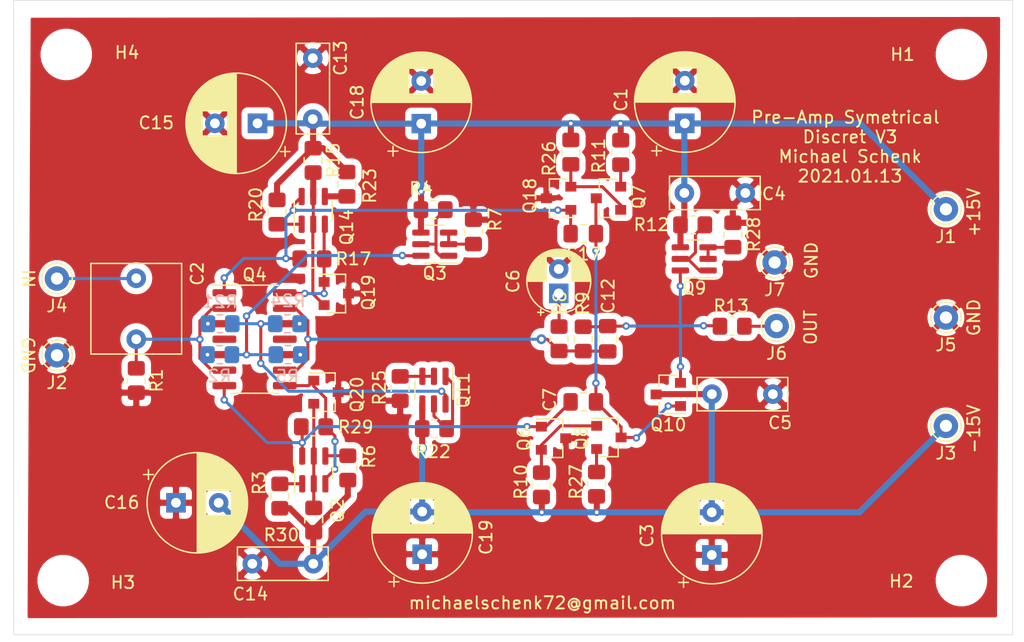
<source format=kicad_pcb>
(kicad_pcb (version 20171130) (host pcbnew "(5.1.9-0-10_14)")
  (layers (0 F.Cu signal) (31 B.Cu signal) (34 B.Paste user) (35 F.Paste user) (36 B.SilkS user) (37 F.SilkS user) (38 B.Mask user) (39 F.Mask user) (44 Edge.Cuts user))
  (net 0 "")
  (net 1 GND)
  (net 2 +15V)
  (net 3 "Net-(C2-Pad2)")
  (net 4 "Net-(C2-Pad1)")
  (net 5 -15V)
  (net 6 "Net-(C6-Pad1)")
  (net 7 "Net-(C7-Pad2)")
  (net 8 "Net-(J6-Pad1)")
  (net 9 "Net-(Q2-Pad2)")
  (net 10 "Net-(Q2-Pad1)")
  (net 11 "Net-(Q6-Pad2)")
  (net 12 "Net-(Q7-Pad2)")
  (net 13 "Net-(C12-Pad2)")
  (net 14 "Net-(C12-Pad1)")
  (net 15 "Net-(C17-Pad1)")
  (net 16 "Net-(C17-Pad2)")
  (net 17 "Net-(Q18-Pad2)")
  (net 18 "Net-(Q8-Pad2)")
  (net 19 "Net-(Q14-Pad2)")
  (net 20 "Net-(Q14-Pad1)")
  (net 21 "Net-(Q11-Pad1)")
  (net 22 "Net-(Q11-Pad6)")
  (net 23 "Net-(Q11-Pad2)")
  (net 24 "Net-(Q14-Pad4)")
  (net 25 "Net-(Q3-Pad6)")
  (net 26 "Net-(Q3-Pad1)")
  (net 27 "Net-(Q3-Pad2)")
  (net 28 "Net-(Q9-Pad2)")
  (net 29 "Net-(Q9-Pad1)")
  (net 30 "Net-(Q2-Pad4)")
  (net 31 "Net-(Q2-Pad3)")
  (net 32 "Net-(Q14-Pad3)")
  (net 33 "Net-(Q4-Pad12)")
  (net 34 "Net-(Q4-Pad10)")
  (net 35 "Net-(Q4-Pad5)")
  (net 36 "Net-(Q4-Pad3)")
  (module Resistor_SMD:R_0805_2012Metric_Pad1.20x1.40mm_HandSolder (layer B.Cu) (at 138.8204 124.968 180)
    (fp_text reference R2 (at 0.016 -1.7526) (layer B.SilkS) (effects (justify mirror)))
    (fp_text value 100R)
    (pad 2 smd roundrect (at 1 0 180) (size 1.2 1.4) (layers B.Cu B.Paste B.Mask) (roundrect_rratio 0.2083325) (net 35 "Net-(Q4-Pad5)"))
    (pad 1 smd roundrect (at -1 0 180) (size 1.2 1.4) (layers B.Cu B.Paste B.Mask) (roundrect_rratio 0.2083325) (net 25 "Net-(Q3-Pad6)"))
  )
  (module Resistor_SMD:R_0805_2012Metric_Pad1.20x1.40mm_HandSolder (layer B.Cu) (at 138.8524 122.428)
    (fp_text reference R21 (at -0.0094 -1.8034 180) (layer B.SilkS) (effects (justify mirror)))
    (fp_text value 100R)
    (pad 2 smd roundrect (at 1 0) (size 1.2 1.4) (layers B.Cu B.Paste B.Mask) (roundrect_rratio 0.2083325) (net 22 "Net-(Q11-Pad6)"))
    (pad 1 smd roundrect (at -1 0) (size 1.2 1.4) (layers B.Cu B.Paste B.Mask) (roundrect_rratio 0.2083325) (net 36 "Net-(Q4-Pad3)"))
  )
  (module Capacitor_THT:C_Rect_L7.2mm_W7.2mm_P5.00mm_FKS2_FKP2_MKS2_MKP2 (layer F.Cu) (at 131.9784 123.698 90)
    (fp_text reference C2 (at 5.3721 5.0038 90) (layer F.SilkS))
    (fp_text value 3.3uF)
    (pad 2 thru_hole circle (at 5 0 90) (size 1.6 1.6) (drill 0.8) (layers *.Cu *.Mask) (net 3 "Net-(C2-Pad2)"))
    (pad 1 thru_hole circle (at 0 0 90) (size 1.6 1.6) (drill 0.8) (layers *.Cu *.Mask) (net 4 "Net-(C2-Pad1)"))
  )
  (module Package_SO:SOIC-14_3.9x8.7mm_P1.27mm (layer F.Cu) (at 141.6812 123.698)
    (fp_text reference Q4 (at 0 -5.28) (layer F.SilkS))
    (fp_text value THAT340)
    (pad 14 smd roundrect (at 2.475 -3.81) (size 1.95 0.6) (layers F.Cu F.Paste F.Mask) (net 32 "Net-(Q14-Pad3)"))
    (pad 13 smd roundrect (at 2.475 -2.54) (size 1.95 0.6) (layers F.Cu F.Paste F.Mask) (net 13 "Net-(C12-Pad2)"))
    (pad 12 smd roundrect (at 2.475 -1.27) (size 1.95 0.6) (layers F.Cu F.Paste F.Mask) (net 33 "Net-(Q4-Pad12)"))
    (pad 11 smd roundrect (at 2.475 0) (size 1.95 0.6) (layers F.Cu F.Paste F.Mask))
    (pad 10 smd roundrect (at 2.475 1.27) (size 1.95 0.6) (layers F.Cu F.Paste F.Mask) (net 34 "Net-(Q4-Pad10)"))
    (pad 9 smd roundrect (at 2.475 2.54) (size 1.95 0.6) (layers F.Cu F.Paste F.Mask) (net 13 "Net-(C12-Pad2)"))
    (pad 8 smd roundrect (at 2.475 3.81) (size 1.95 0.6) (layers F.Cu F.Paste F.Mask) (net 31 "Net-(Q2-Pad3)"))
    (pad 7 smd roundrect (at -2.475 3.81) (size 1.95 0.6) (layers F.Cu F.Paste F.Mask) (net 7 "Net-(C7-Pad2)"))
    (pad 6 smd roundrect (at -2.475 2.54) (size 1.95 0.6) (layers F.Cu F.Paste F.Mask) (net 4 "Net-(C2-Pad1)"))
    (pad 5 smd roundrect (at -2.475 1.27) (size 1.95 0.6) (layers F.Cu F.Paste F.Mask) (net 35 "Net-(Q4-Pad5)"))
    (pad 4 smd roundrect (at -2.475 0) (size 1.95 0.6) (layers F.Cu F.Paste F.Mask))
    (pad 3 smd roundrect (at -2.475 -1.27) (size 1.95 0.6) (layers F.Cu F.Paste F.Mask) (net 36 "Net-(Q4-Pad3)"))
    (pad 2 smd roundrect (at -2.475 -2.54) (size 1.95 0.6) (layers F.Cu F.Paste F.Mask) (net 4 "Net-(C2-Pad1)"))
    (pad 1 smd roundrect (at -2.475 -3.81) (size 1.95 0.6) (layers F.Cu F.Paste F.Mask) (net 16 "Net-(C17-Pad2)"))
  )
  (module Package_SO:SC-74-6_1.5x2.9mm_P0.95mm (layer F.Cu) (at 146.5351 134.424 90)
    (fp_text reference Q2 (at -3.3329 1.9406 90) (layer F.SilkS))
    (fp_text value BCM847DS,115)
    (pad 6 smd roundrect (at 1.1375 -0.95 90) (size 1.425 0.5) (layers F.Cu F.Paste F.Mask) (net 7 "Net-(C7-Pad2)"))
    (pad 5 smd roundrect (at 1.1375 0 90) (size 1.425 0.5) (layers F.Cu F.Paste F.Mask) (net 9 "Net-(Q2-Pad2)"))
    (pad 4 smd roundrect (at 1.1375 0.95 90) (size 1.425 0.5) (layers F.Cu F.Paste F.Mask) (net 30 "Net-(Q2-Pad4)"))
    (pad 3 smd roundrect (at -1.1375 0.95 90) (size 1.425 0.5) (layers F.Cu F.Paste F.Mask) (net 31 "Net-(Q2-Pad3)"))
    (pad 2 smd roundrect (at -1.1375 0 90) (size 1.425 0.5) (layers F.Cu F.Paste F.Mask) (net 9 "Net-(Q2-Pad2)"))
    (pad 1 smd roundrect (at -1.1375 -0.95 90) (size 1.425 0.5) (layers F.Cu F.Paste F.Mask) (net 10 "Net-(Q2-Pad1)"))
  )
  (module Package_SO:SC-74-6_1.5x2.9mm_P0.95mm (layer F.Cu) (at 177.731 117.1067 180)
    (fp_text reference Q9 (at 0 -2.4) (layer F.SilkS))
    (fp_text value BCM857DS,115)
    (pad 6 smd roundrect (at 1.1375 -0.95 180) (size 1.425 0.5) (layers F.Cu F.Paste F.Mask) (net 14 "Net-(C12-Pad1)"))
    (pad 5 smd roundrect (at 1.1375 0 180) (size 1.425 0.5) (layers F.Cu F.Paste F.Mask) (net 29 "Net-(Q9-Pad1)"))
    (pad 4 smd roundrect (at 1.1375 0.95 180) (size 1.425 0.5) (layers F.Cu F.Paste F.Mask) (net 2 +15V))
    (pad 3 smd roundrect (at -1.1375 0.95 180) (size 1.425 0.5) (layers F.Cu F.Paste F.Mask) (net 28 "Net-(Q9-Pad2)"))
    (pad 2 smd roundrect (at -1.1375 0 180) (size 1.425 0.5) (layers F.Cu F.Paste F.Mask) (net 28 "Net-(Q9-Pad2)"))
    (pad 1 smd roundrect (at -1.1375 -0.95 180) (size 1.425 0.5) (layers F.Cu F.Paste F.Mask) (net 29 "Net-(Q9-Pad1)"))
  )
  (module Package_SO:SC-74-6_1.5x2.9mm_P0.95mm (layer F.Cu) (at 156.4585 115.8977 180)
    (fp_text reference Q3 (at 0 -2.4) (layer F.SilkS))
    (fp_text value BCM857DS,115)
    (pad 6 smd roundrect (at 1.1375 -0.95 180) (size 1.425 0.5) (layers F.Cu F.Paste F.Mask) (net 25 "Net-(Q3-Pad6)"))
    (pad 5 smd roundrect (at 1.1375 0 180) (size 1.425 0.5) (layers F.Cu F.Paste F.Mask) (net 26 "Net-(Q3-Pad1)"))
    (pad 4 smd roundrect (at 1.1375 0.95 180) (size 1.425 0.5) (layers F.Cu F.Paste F.Mask) (net 2 +15V))
    (pad 3 smd roundrect (at -1.1375 0.95 180) (size 1.425 0.5) (layers F.Cu F.Paste F.Mask) (net 27 "Net-(Q3-Pad2)"))
    (pad 2 smd roundrect (at -1.1375 0 180) (size 1.425 0.5) (layers F.Cu F.Paste F.Mask) (net 27 "Net-(Q3-Pad2)"))
    (pad 1 smd roundrect (at -1.1375 -0.95 180) (size 1.425 0.5) (layers F.Cu F.Paste F.Mask) (net 26 "Net-(Q3-Pad1)"))
  )
  (module Package_SO:SC-74-6_1.5x2.9mm_P0.95mm (layer F.Cu) (at 146.492 113.1244 90)
    (fp_text reference Q14 (at -1.3915 2.7457 90) (layer F.SilkS))
    (fp_text value BCM857DS,115)
    (pad 6 smd roundrect (at 1.1375 -0.95 90) (size 1.425 0.5) (layers F.Cu F.Paste F.Mask) (net 16 "Net-(C17-Pad2)"))
    (pad 5 smd roundrect (at 1.1375 0 90) (size 1.425 0.5) (layers F.Cu F.Paste F.Mask) (net 19 "Net-(Q14-Pad2)"))
    (pad 4 smd roundrect (at 1.1375 0.95 90) (size 1.425 0.5) (layers F.Cu F.Paste F.Mask) (net 24 "Net-(Q14-Pad4)"))
    (pad 3 smd roundrect (at -1.1375 0.95 90) (size 1.425 0.5) (layers F.Cu F.Paste F.Mask) (net 32 "Net-(Q14-Pad3)"))
    (pad 2 smd roundrect (at -1.1375 0 90) (size 1.425 0.5) (layers F.Cu F.Paste F.Mask) (net 19 "Net-(Q14-Pad2)"))
    (pad 1 smd roundrect (at -1.1375 -0.95 90) (size 1.425 0.5) (layers F.Cu F.Paste F.Mask) (net 20 "Net-(Q14-Pad1)"))
  )
  (module Package_SO:SC-74-6_1.5x2.9mm_P0.95mm (layer F.Cu) (at 156.3903 127.8788 270)
    (fp_text reference Q11 (at 0 -2.4 90) (layer F.SilkS))
    (fp_text value BCM847DS,115)
    (pad 6 smd roundrect (at 1.1375 -0.95 270) (size 1.425 0.5) (layers F.Cu F.Paste F.Mask) (net 22 "Net-(Q11-Pad6)"))
    (pad 5 smd roundrect (at 1.1375 0 270) (size 1.425 0.5) (layers F.Cu F.Paste F.Mask) (net 21 "Net-(Q11-Pad1)"))
    (pad 4 smd roundrect (at 1.1375 0.95 270) (size 1.425 0.5) (layers F.Cu F.Paste F.Mask) (net 5 -15V))
    (pad 3 smd roundrect (at -1.1375 0.95 270) (size 1.425 0.5) (layers F.Cu F.Paste F.Mask) (net 23 "Net-(Q11-Pad2)"))
    (pad 2 smd roundrect (at -1.1375 0 270) (size 1.425 0.5) (layers F.Cu F.Paste F.Mask) (net 23 "Net-(Q11-Pad2)"))
    (pad 1 smd roundrect (at -1.1375 -0.95 270) (size 1.425 0.5) (layers F.Cu F.Paste F.Mask) (net 21 "Net-(Q11-Pad1)"))
  )
  (module Capacitor_THT:CP_Radial_D8.0mm_P3.50mm (layer F.Cu) (at 176.9618 105.9815 90)
    (fp_text reference C1 (at 1.9304 -5.2324 90) (layer F.SilkS))
    (fp_text value 220uF)
    (pad 2 thru_hole circle (at 3.5 0 90) (size 1.6 1.6) (drill 0.8) (layers *.Cu *.Mask) (net 1 GND))
    (pad 1 thru_hole rect (at 0 0 90) (size 1.6 1.6) (drill 0.8) (layers *.Cu *.Mask) (net 2 +15V))
  )
  (module Resistor_SMD:R_0805_2012Metric_Pad1.20x1.40mm_HandSolder (layer F.Cu) (at 146.5326 138.541 270)
    (fp_text reference R30 (at 1.2225 2.6543) (layer F.SilkS))
    (fp_text value 1k)
    (pad 2 smd roundrect (at 1 0 270) (size 1.2 1.4) (layers F.Cu F.Paste F.Mask) (roundrect_rratio 0.2083325) (net 5 -15V))
    (pad 1 smd roundrect (at -1 0 270) (size 1.2 1.4) (layers F.Cu F.Paste F.Mask) (roundrect_rratio 0.2083325) (net 9 "Net-(Q2-Pad2)"))
  )
  (module Resistor_SMD:R_0805_2012Metric_Pad1.20x1.40mm_HandSolder (layer F.Cu) (at 146.5105 130.8862 180)
    (fp_text reference R29 (at -3.4638 -0.0254) (layer F.SilkS))
    (fp_text value 47k)
    (pad 2 smd roundrect (at 1 0 180) (size 1.2 1.4) (layers F.Cu F.Paste F.Mask) (roundrect_rratio 0.2083325) (net 7 "Net-(C7-Pad2)"))
    (pad 1 smd roundrect (at -1 0 180) (size 1.2 1.4) (layers F.Cu F.Paste F.Mask) (roundrect_rratio 0.2083325) (net 31 "Net-(Q2-Pad3)"))
  )
  (module Resistor_SMD:R_0805_2012Metric_Pad1.20x1.40mm_HandSolder (layer F.Cu) (at 146.3835 117.1067 180)
    (fp_text reference R17 (at -3.413 0) (layer F.SilkS))
    (fp_text value 47k)
    (pad 2 smd roundrect (at 1 0 180) (size 1.2 1.4) (layers F.Cu F.Paste F.Mask) (roundrect_rratio 0.2083325) (net 16 "Net-(C17-Pad2)"))
    (pad 1 smd roundrect (at -1 0 180) (size 1.2 1.4) (layers F.Cu F.Paste F.Mask) (roundrect_rratio 0.2083325) (net 32 "Net-(Q14-Pad3)"))
  )
  (module Resistor_SMD:R_0805_2012Metric_Pad1.20x1.40mm_HandSolder (layer F.Cu) (at 146.4818 109.0201 270)
    (fp_text reference R15 (at 0 -1.65 90) (layer F.SilkS))
    (fp_text value 1k)
    (pad 2 smd roundrect (at 1 0 270) (size 1.2 1.4) (layers F.Cu F.Paste F.Mask) (roundrect_rratio 0.2083325) (net 19 "Net-(Q14-Pad2)"))
    (pad 1 smd roundrect (at -1 0 270) (size 1.2 1.4) (layers F.Cu F.Paste F.Mask) (roundrect_rratio 0.2083325) (net 2 +15V))
  )
  (module Package_TO_SOT_SMD:SOT-23 (layer F.Cu) (at 147.5326 128.0439)
    (fp_text reference Q20 (at 2.556 0.193 270) (layer F.SilkS))
    (fp_text value BC850C)
    (pad 3 smd rect (at 1 0) (size 0.9 0.8) (layers F.Cu F.Paste F.Mask) (net 1 GND))
    (pad 2 smd rect (at -1 0.95) (size 0.9 0.8) (layers F.Cu F.Paste F.Mask) (net 9 "Net-(Q2-Pad2)"))
    (pad 1 smd rect (at -1 -0.95) (size 0.9 0.8) (layers F.Cu F.Paste F.Mask) (net 31 "Net-(Q2-Pad3)"))
  )
  (module Package_TO_SOT_SMD:SOT-23 (layer F.Cu) (at 148.3835 119.949)
    (fp_text reference Q19 (at 2.6322 -0.0864 270) (layer F.SilkS))
    (fp_text value BC860C)
    (pad 3 smd rect (at 1 0) (size 0.9 0.8) (layers F.Cu F.Paste F.Mask) (net 1 GND))
    (pad 2 smd rect (at -1 0.95) (size 0.9 0.8) (layers F.Cu F.Paste F.Mask) (net 19 "Net-(Q14-Pad2)"))
    (pad 1 smd rect (at -1 -0.95) (size 0.9 0.8) (layers F.Cu F.Paste F.Mask) (net 32 "Net-(Q14-Pad3)"))
  )
  (module Capacitor_THT:CP_Radial_D8.0mm_P3.50mm (layer F.Cu) (at 155.4226 141.3458 90)
    (fp_text reference C19 (at 1.3918 5.2324 90) (layer F.SilkS))
    (fp_text value 220uF)
    (pad 2 thru_hole circle (at 3.5 0 90) (size 1.6 1.6) (drill 0.8) (layers *.Cu *.Mask) (net 5 -15V))
    (pad 1 thru_hole rect (at 0 0 90) (size 1.6 1.6) (drill 0.8) (layers *.Cu *.Mask) (net 1 GND))
  )
  (module Capacitor_THT:CP_Radial_D8.0mm_P3.50mm (layer F.Cu) (at 155.3464 106.0069 90)
    (fp_text reference C18 (at 1.75 -5.25 90) (layer F.SilkS))
    (fp_text value 220uF)
    (pad 2 thru_hole circle (at 3.5 0 90) (size 1.6 1.6) (drill 0.8) (layers *.Cu *.Mask) (net 1 GND))
    (pad 1 thru_hole rect (at 0 0 90) (size 1.6 1.6) (drill 0.8) (layers *.Cu *.Mask) (net 2 +15V))
  )
  (module Resistor_SMD:R_0805_2012Metric_Pad1.20x1.40mm_HandSolder (layer F.Cu) (at 143.7513 136.5725 270)
    (fp_text reference R3 (at -1.0762 1.6891 90) (layer F.SilkS))
    (fp_text value 68R)
    (pad 2 smd roundrect (at 1 0 270) (size 1.2 1.4) (layers F.Cu F.Paste F.Mask) (roundrect_rratio 0.2083325) (net 5 -15V))
    (pad 1 smd roundrect (at -1 0 270) (size 1.2 1.4) (layers F.Cu F.Paste F.Mask) (roundrect_rratio 0.2083325) (net 10 "Net-(Q2-Pad1)"))
  )
  (module Capacitor_THT:CP_Radial_D5.0mm_P2.00mm (layer F.Cu) (at 166.624 119.9388 90)
    (fp_text reference C6 (at 1 -3.75 90) (layer F.SilkS))
    (fp_text value 100uF)
    (pad 2 thru_hole circle (at 2 0 90) (size 1.6 1.6) (drill 0.8) (layers *.Cu *.Mask) (net 1 GND))
    (pad 1 thru_hole rect (at 0 0 90) (size 1.6 1.6) (drill 0.8) (layers *.Cu *.Mask) (net 6 "Net-(C6-Pad1)"))
  )
  (module Package_TO_SOT_SMD:SOT-23 (layer F.Cu) (at 166.6146 112.1308 180)
    (fp_text reference Q18 (at 2.3528 0.193 90) (layer F.SilkS))
    (fp_text value BC860C)
    (pad 3 smd rect (at 1 0 180) (size 0.9 0.8) (layers F.Cu F.Paste F.Mask) (net 1 GND))
    (pad 2 smd rect (at -1 0.95 180) (size 0.9 0.8) (layers F.Cu F.Paste F.Mask) (net 17 "Net-(Q18-Pad2)"))
    (pad 1 smd rect (at -1 -0.95 180) (size 0.9 0.8) (layers F.Cu F.Paste F.Mask) (net 16 "Net-(C17-Pad2)"))
  )
  (module Resistor_SMD:R_0805_2012Metric_Pad1.20x1.40mm_HandSolder (layer F.Cu) (at 180.8447 122.6312 180)
    (fp_text reference R13 (at 0.0795 1.651) (layer F.SilkS))
    (fp_text value 47R)
    (pad 2 smd roundrect (at 1 0 180) (size 1.2 1.4) (layers F.Cu F.Paste F.Mask) (roundrect_rratio 0.2083325) (net 14 "Net-(C12-Pad1)"))
    (pad 1 smd roundrect (at -1 0 180) (size 1.2 1.4) (layers F.Cu F.Paste F.Mask) (roundrect_rratio 0.2083325) (net 8 "Net-(J6-Pad1)"))
  )
  (module Resistor_SMD:R_0805_2012Metric_Pad1.20x1.40mm_HandSolder (layer F.Cu) (at 180.8988 115.1415 90)
    (fp_text reference R28 (at 0.0414 1.7145 90) (layer F.SilkS))
    (fp_text value 10k)
    (pad 2 smd roundrect (at 1 0 90) (size 1.2 1.4) (layers F.Cu F.Paste F.Mask) (roundrect_rratio 0.2083325) (net 1 GND))
    (pad 1 smd roundrect (at -1 0 90) (size 1.2 1.4) (layers F.Cu F.Paste F.Mask) (roundrect_rratio 0.2083325) (net 28 "Net-(Q9-Pad2)"))
  )
  (module Resistor_SMD:R_0805_2012Metric_Pad1.20x1.40mm_HandSolder (layer F.Cu) (at 169.7228 135.5946 270)
    (fp_text reference R27 (at -0.1872 1.6764 90) (layer F.SilkS))
    (fp_text value 39R)
    (pad 2 smd roundrect (at 1 0 270) (size 1.2 1.4) (layers F.Cu F.Paste F.Mask) (roundrect_rratio 0.2083325) (net 5 -15V))
    (pad 1 smd roundrect (at -1 0 270) (size 1.2 1.4) (layers F.Cu F.Paste F.Mask) (roundrect_rratio 0.2083325) (net 18 "Net-(Q8-Pad2)"))
  )
  (module Resistor_SMD:R_0805_2012Metric_Pad1.20x1.40mm_HandSolder (layer F.Cu) (at 167.6146 108.347 270)
    (fp_text reference R26 (at 0.524 1.778 90) (layer F.SilkS))
    (fp_text value 2k2)
    (pad 2 smd roundrect (at 1 0 270) (size 1.2 1.4) (layers F.Cu F.Paste F.Mask) (roundrect_rratio 0.2083325) (net 17 "Net-(Q18-Pad2)"))
    (pad 1 smd roundrect (at -1 0 270) (size 1.2 1.4) (layers F.Cu F.Paste F.Mask) (roundrect_rratio 0.2083325) (net 2 +15V))
  )
  (module Resistor_SMD:R_0805_2012Metric_Pad1.20x1.40mm_HandSolder (layer F.Cu) (at 153.6192 127.746 90)
    (fp_text reference R25 (at 0.0762 -1.7018 90) (layer F.SilkS))
    (fp_text value 10k)
    (pad 2 smd roundrect (at 1 0 90) (size 1.2 1.4) (layers F.Cu F.Paste F.Mask) (roundrect_rratio 0.2083325) (net 23 "Net-(Q11-Pad2)"))
    (pad 1 smd roundrect (at -1 0 90) (size 1.2 1.4) (layers F.Cu F.Paste F.Mask) (roundrect_rratio 0.2083325) (net 1 GND))
  )
  (module Resistor_SMD:R_0805_2012Metric_Pad1.20x1.40mm_HandSolder (layer B.Cu) (at 144.3736 122.428 180)
    (fp_text reference R24 (at -0.0348 1.8796 180) (layer B.SilkS) (effects (justify mirror)))
    (fp_text value 100R)
    (pad 2 smd roundrect (at 1 0 180) (size 1.2 1.4) (layers B.Cu B.Paste B.Mask) (roundrect_rratio 0.2083325) (net 22 "Net-(Q11-Pad6)"))
    (pad 1 smd roundrect (at -1 0 180) (size 1.2 1.4) (layers B.Cu B.Paste B.Mask) (roundrect_rratio 0.2083325) (net 33 "Net-(Q4-Pad12)"))
  )
  (module Resistor_SMD:R_0805_2012Metric_Pad1.20x1.40mm_HandSolder (layer F.Cu) (at 149.2504 110.9759 270)
    (fp_text reference R23 (at 0.1364 -1.8796 90) (layer F.SilkS))
    (fp_text value 68R)
    (pad 2 smd roundrect (at 1 0 270) (size 1.2 1.4) (layers F.Cu F.Paste F.Mask) (roundrect_rratio 0.2083325) (net 24 "Net-(Q14-Pad4)"))
    (pad 1 smd roundrect (at -1 0 270) (size 1.2 1.4) (layers F.Cu F.Paste F.Mask) (roundrect_rratio 0.2083325) (net 2 +15V))
  )
  (module Resistor_SMD:R_0805_2012Metric_Pad1.20x1.40mm_HandSolder (layer F.Cu) (at 156.4292 131.0386 180)
    (fp_text reference R22 (at 0.1176 -1.8923) (layer F.SilkS))
    (fp_text value 100R)
    (pad 2 smd roundrect (at 1 0 180) (size 1.2 1.4) (layers F.Cu F.Paste F.Mask) (roundrect_rratio 0.2083325) (net 5 -15V))
    (pad 1 smd roundrect (at -1 0 180) (size 1.2 1.4) (layers F.Cu F.Paste F.Mask) (roundrect_rratio 0.2083325) (net 21 "Net-(Q11-Pad1)"))
  )
  (module Resistor_SMD:R_0805_2012Metric_Pad1.20x1.40mm_HandSolder (layer F.Cu) (at 143.5227 113.2619 270)
    (fp_text reference R20 (at -0.6002 1.7399 90) (layer F.SilkS))
    (fp_text value 68R)
    (pad 2 smd roundrect (at 1 0 270) (size 1.2 1.4) (layers F.Cu F.Paste F.Mask) (roundrect_rratio 0.2083325) (net 20 "Net-(Q14-Pad1)"))
    (pad 1 smd roundrect (at -1 0 270) (size 1.2 1.4) (layers F.Cu F.Paste F.Mask) (roundrect_rratio 0.2083325) (net 2 +15V))
  )
  (module Capacitor_SMD:C_0805_2012Metric_Pad1.18x1.45mm_HandSolder (layer F.Cu) (at 168.6345 115.0366 180)
    (fp_text reference C17 (at 0 -1.68) (layer F.SilkS))
    (fp_text value 270pF)
    (pad 2 smd roundrect (at 1.0375 0 180) (size 1.175 1.45) (layers F.Cu F.Paste F.Mask) (roundrect_rratio 0.2127659574468085) (net 16 "Net-(C17-Pad2)"))
    (pad 1 smd roundrect (at -1.0375 0 180) (size 1.175 1.45) (layers F.Cu F.Paste F.Mask) (roundrect_rratio 0.2127659574468085) (net 15 "Net-(C17-Pad1)"))
  )
  (module Capacitor_THT:CP_Radial_D8.0mm_P3.50mm (layer F.Cu) (at 135.2348 137.1219)
    (fp_text reference C16 (at -4.4502 -0.0254) (layer F.SilkS))
    (fp_text value 220uF)
    (pad 2 thru_hole circle (at 3.5 0) (size 1.6 1.6) (drill 0.8) (layers *.Cu *.Mask) (net 5 -15V))
    (pad 1 thru_hole rect (at 0 0) (size 1.6 1.6) (drill 0.8) (layers *.Cu *.Mask) (net 1 GND))
  )
  (module Capacitor_THT:CP_Radial_D8.0mm_P3.50mm (layer F.Cu) (at 141.9225 105.9815 180)
    (fp_text reference C15 (at 8.3058 0.0381) (layer F.SilkS))
    (fp_text value 220uF)
    (pad 2 thru_hole circle (at 3.5 0 180) (size 1.6 1.6) (drill 0.8) (layers *.Cu *.Mask) (net 1 GND))
    (pad 1 thru_hole rect (at 0 0 180) (size 1.6 1.6) (drill 0.8) (layers *.Cu *.Mask) (net 2 +15V))
  )
  (module Capacitor_THT:CP_Radial_D8.0mm_P3.50mm (layer F.Cu) (at 179.1716 141.4018 90)
    (fp_text reference C3 (at 1.5748 -5.3086 90) (layer F.SilkS))
    (fp_text value 220uF)
    (pad 2 thru_hole circle (at 3.5 0 90) (size 1.6 1.6) (drill 0.8) (layers *.Cu *.Mask) (net 5 -15V))
    (pad 1 thru_hole rect (at 0 0 90) (size 1.6 1.6) (drill 0.8) (layers *.Cu *.Mask) (net 1 GND))
  )
  (module Capacitor_THT:C_Rect_L7.2mm_W2.5mm_P5.00mm_FKS2_FKP2_MKS2_MKP2 (layer F.Cu) (at 146.4945 142.1257 180)
    (fp_text reference C14 (at 5.1562 -2.4892) (layer F.SilkS))
    (fp_text value 100nF)
    (pad 2 thru_hole circle (at 5 0 180) (size 1.6 1.6) (drill 0.8) (layers *.Cu *.Mask) (net 1 GND))
    (pad 1 thru_hole circle (at 0 0 180) (size 1.6 1.6) (drill 0.8) (layers *.Cu *.Mask) (net 5 -15V))
  )
  (module Capacitor_THT:C_Rect_L7.2mm_W2.5mm_P5.00mm_FKS2_FKP2_MKS2_MKP2 (layer F.Cu) (at 146.4564 100.6348 270)
    (fp_text reference C13 (at -0.0038 -2.2606 90) (layer F.SilkS))
    (fp_text value 100nF)
    (pad 2 thru_hole circle (at 5 0 270) (size 1.6 1.6) (drill 0.8) (layers *.Cu *.Mask) (net 2 +15V))
    (pad 1 thru_hole circle (at 0 0 270) (size 1.6 1.6) (drill 0.8) (layers *.Cu *.Mask) (net 1 GND))
  )
  (module Capacitor_THT:C_Rect_L7.2mm_W2.5mm_P5.00mm_FKS2_FKP2_MKS2_MKP2 (layer F.Cu) (at 179.1843 128.2065)
    (fp_text reference C5 (at 5.588 2.3495) (layer F.SilkS))
    (fp_text value 100nF)
    (pad 2 thru_hole circle (at 5 0) (size 1.6 1.6) (drill 0.8) (layers *.Cu *.Mask) (net 1 GND))
    (pad 1 thru_hole circle (at 0 0) (size 1.6 1.6) (drill 0.8) (layers *.Cu *.Mask) (net 5 -15V))
  )
  (module Capacitor_THT:C_Rect_L7.2mm_W2.5mm_P5.00mm_FKS2_FKP2_MKS2_MKP2 (layer F.Cu) (at 181.9237 111.6965 180)
    (fp_text reference C4 (at -2.3406 -0.0762) (layer F.SilkS))
    (fp_text value 100nF)
    (pad 2 thru_hole circle (at 5 0 180) (size 1.6 1.6) (drill 0.8) (layers *.Cu *.Mask) (net 2 +15V))
    (pad 1 thru_hole circle (at 0 0 180) (size 1.6 1.6) (drill 0.8) (layers *.Cu *.Mask) (net 1 GND))
  )
  (module Connector_Pin:Pin_D1.0mm_L10.0mm (layer F.Cu) (at 184.3278 117.3988)
    (fp_text reference J7 (at 0 2.25) (layer F.SilkS))
    (fp_text value Conn_01x01)
    (pad 1 thru_hole circle (at 0 0) (size 2 2) (drill 1) (layers *.Cu *.Mask) (net 1 GND))
  )
  (module Connector_Pin:Pin_D1.0mm_L10.0mm (layer F.Cu) (at 184.4929 122.6185)
    (fp_text reference J6 (at 0 2.25) (layer F.SilkS))
    (fp_text value Conn_01x01)
    (pad 1 thru_hole circle (at 0 0) (size 2 2) (drill 1) (layers *.Cu *.Mask) (net 8 "Net-(J6-Pad1)"))
  )
  (module Connector_Pin:Pin_D1.0mm_L10.0mm (layer F.Cu) (at 198.374 121.92)
    (fp_text reference J5 (at 0 2.25) (layer F.SilkS))
    (fp_text value Conn_01x01)
    (pad 1 thru_hole circle (at 0 0) (size 2 2) (drill 1) (layers *.Cu *.Mask) (net 1 GND))
  )
  (module Connector_Pin:Pin_D1.0mm_L10.0mm (layer F.Cu) (at 125.476 118.7196)
    (fp_text reference J4 (at 0 2.25) (layer F.SilkS))
    (fp_text value Conn_01x01)
    (pad 1 thru_hole circle (at 0 0) (size 2 2) (drill 1) (layers *.Cu *.Mask) (net 3 "Net-(C2-Pad2)"))
  )
  (module Connector_Pin:Pin_D1.0mm_L10.0mm (layer F.Cu) (at 198.374 130.81)
    (fp_text reference J3 (at 0 2.25) (layer F.SilkS))
    (fp_text value Conn_01x01)
    (pad 1 thru_hole circle (at 0 0) (size 2 2) (drill 1) (layers *.Cu *.Mask) (net 5 -15V))
  )
  (module Connector_Pin:Pin_D1.0mm_L10.0mm (layer F.Cu) (at 125.476 125.0188)
    (fp_text reference J2 (at 0 2.25) (layer F.SilkS))
    (fp_text value Conn_01x01)
    (pad 1 thru_hole circle (at 0 0) (size 2 2) (drill 1) (layers *.Cu *.Mask) (net 1 GND))
  )
  (module Connector_Pin:Pin_D1.0mm_L10.0mm (layer F.Cu) (at 198.374 113.03)
    (fp_text reference J1 (at 0 2.25) (layer F.SilkS))
    (fp_text value Conn_01x01)
    (pad 1 thru_hole circle (at 0 0) (size 2 2) (drill 1) (layers *.Cu *.Mask) (net 2 +15V))
  )
  (module Package_TO_SOT_SMD:SOT-23 (layer F.Cu) (at 175.6062 128.2294 180)
    (fp_text reference Q10 (at 0 -2.5) (layer F.SilkS))
    (fp_text value BC860C)
    (pad 3 smd rect (at 1 0 180) (size 0.9 0.8) (layers F.Cu F.Paste F.Mask) (net 5 -15V))
    (pad 2 smd rect (at -1 0.95 180) (size 0.9 0.8) (layers F.Cu F.Paste F.Mask) (net 14 "Net-(C12-Pad1)"))
    (pad 1 smd rect (at -1 -0.95 180) (size 0.9 0.8) (layers F.Cu F.Paste F.Mask) (net 15 "Net-(C17-Pad1)"))
  )
  (module Resistor_SMD:R_0805_2012Metric_Pad1.20x1.40mm_HandSolder (layer F.Cu) (at 156.321 113.0681)
    (fp_text reference R4 (at -0.9812 -1.7272) (layer F.SilkS))
    (fp_text value 100R)
    (pad 2 smd roundrect (at 1 0) (size 1.2 1.4) (layers F.Cu F.Paste F.Mask) (roundrect_rratio 0.2083325) (net 26 "Net-(Q3-Pad1)"))
    (pad 1 smd roundrect (at -1 0) (size 1.2 1.4) (layers F.Cu F.Paste F.Mask) (roundrect_rratio 0.2083325) (net 2 +15V))
  )
  (module Capacitor_SMD:C_0805_2012Metric_Pad1.18x1.45mm_HandSolder (layer F.Cu) (at 168.6345 128.8415 180)
    (fp_text reference C7 (at 2.7471 0.1651 90) (layer F.SilkS))
    (fp_text value 270pF)
    (pad 2 smd roundrect (at 1.0375 0 180) (size 1.175 1.45) (layers F.Cu F.Paste F.Mask) (roundrect_rratio 0.2127659574468085) (net 7 "Net-(C7-Pad2)"))
    (pad 1 smd roundrect (at -1.0375 0 180) (size 1.175 1.45) (layers F.Cu F.Paste F.Mask) (roundrect_rratio 0.2127659574468085) (net 15 "Net-(C17-Pad1)"))
  )
  (module Capacitor_SMD:C_0805_2012Metric_Pad1.18x1.45mm_HandSolder (layer F.Cu) (at 170.6372 123.6638 270)
    (fp_text reference C12 (at -3.5218 -0.0381 90) (layer F.SilkS))
    (fp_text value 6.8pF)
    (pad 2 smd roundrect (at 1.0375 0 270) (size 1.175 1.45) (layers F.Cu F.Paste F.Mask) (roundrect_rratio 0.2127659574468085) (net 13 "Net-(C12-Pad2)"))
    (pad 1 smd roundrect (at -1.0375 0 270) (size 1.175 1.45) (layers F.Cu F.Paste F.Mask) (roundrect_rratio 0.2127659574468085) (net 14 "Net-(C12-Pad1)"))
  )
  (module Resistor_SMD:R_0805_2012Metric_Pad1.20x1.40mm_HandSolder (layer F.Cu) (at 131.9784 127.0856 270)
    (fp_text reference R1 (at 0 -1.65 90) (layer F.SilkS))
    (fp_text value 10k)
    (pad 2 smd roundrect (at 1 0 270) (size 1.2 1.4) (layers F.Cu F.Paste F.Mask) (roundrect_rratio 0.2083325) (net 1 GND))
    (pad 1 smd roundrect (at -1 0 270) (size 1.2 1.4) (layers F.Cu F.Paste F.Mask) (roundrect_rratio 0.2083325) (net 4 "Net-(C2-Pad1)"))
  )
  (module Resistor_SMD:R_0805_2012Metric_Pad1.20x1.40mm_HandSolder (layer F.Cu) (at 177.6062 114.3127)
    (fp_text reference R12 (at -3.3876 -0.0127) (layer F.SilkS))
    (fp_text value 100R)
    (pad 2 smd roundrect (at 1 0) (size 1.2 1.4) (layers F.Cu F.Paste F.Mask) (roundrect_rratio 0.2083325) (net 29 "Net-(Q9-Pad1)"))
    (pad 1 smd roundrect (at -1 0) (size 1.2 1.4) (layers F.Cu F.Paste F.Mask) (roundrect_rratio 0.2083325) (net 2 +15V))
  )
  (module Resistor_SMD:R_0805_2012Metric_Pad1.20x1.40mm_HandSolder (layer F.Cu) (at 171.704 108.3724 270)
    (fp_text reference R11 (at 0.2634 1.8034 90) (layer F.SilkS))
    (fp_text value 39R)
    (pad 2 smd roundrect (at 1 0 270) (size 1.2 1.4) (layers F.Cu F.Paste F.Mask) (roundrect_rratio 0.2083325) (net 12 "Net-(Q7-Pad2)"))
    (pad 1 smd roundrect (at -1 0 270) (size 1.2 1.4) (layers F.Cu F.Paste F.Mask) (roundrect_rratio 0.2083325) (net 2 +15V))
  )
  (module Resistor_SMD:R_0805_2012Metric_Pad1.20x1.40mm_HandSolder (layer F.Cu) (at 165.2016 135.6454 270)
    (fp_text reference R10 (at -0.238 1.6764 90) (layer F.SilkS))
    (fp_text value 2k2)
    (pad 2 smd roundrect (at 1 0 270) (size 1.2 1.4) (layers F.Cu F.Paste F.Mask) (roundrect_rratio 0.2083325) (net 5 -15V))
    (pad 1 smd roundrect (at -1 0 270) (size 1.2 1.4) (layers F.Cu F.Paste F.Mask) (roundrect_rratio 0.2083325) (net 11 "Net-(Q6-Pad2)"))
  )
  (module Resistor_SMD:R_0805_2012Metric_Pad1.20x1.40mm_HandSolder (layer F.Cu) (at 168.6306 123.6759 270)
    (fp_text reference R9 (at -2.9243 0.0381 90) (layer F.SilkS))
    (fp_text value 10k)
    (pad 2 smd roundrect (at 1 0 270) (size 1.2 1.4) (layers F.Cu F.Paste F.Mask) (roundrect_rratio 0.2083325) (net 13 "Net-(C12-Pad2)"))
    (pad 1 smd roundrect (at -1 0 270) (size 1.2 1.4) (layers F.Cu F.Paste F.Mask) (roundrect_rratio 0.2083325) (net 14 "Net-(C12-Pad1)"))
  )
  (module Resistor_SMD:R_0805_2012Metric_Pad1.20x1.40mm_HandSolder (layer F.Cu) (at 166.6494 123.6632 90)
    (fp_text reference R8 (at 2.9497 0.0762 90) (layer F.SilkS))
    (fp_text value 10k)
    (pad 2 smd roundrect (at 1 0 90) (size 1.2 1.4) (layers F.Cu F.Paste F.Mask) (roundrect_rratio 0.2083325) (net 6 "Net-(C6-Pad1)"))
    (pad 1 smd roundrect (at -1 0 90) (size 1.2 1.4) (layers F.Cu F.Paste F.Mask) (roundrect_rratio 0.2083325) (net 13 "Net-(C12-Pad2)"))
  )
  (module Resistor_SMD:R_0805_2012Metric_Pad1.20x1.40mm_HandSolder (layer F.Cu) (at 159.6263 114.8875 90)
    (fp_text reference R7 (at 1.016 1.778 90) (layer F.SilkS))
    (fp_text value 10k)
    (pad 2 smd roundrect (at 1 0 90) (size 1.2 1.4) (layers F.Cu F.Paste F.Mask) (roundrect_rratio 0.2083325) (net 1 GND))
    (pad 1 smd roundrect (at -1 0 90) (size 1.2 1.4) (layers F.Cu F.Paste F.Mask) (roundrect_rratio 0.2083325) (net 27 "Net-(Q3-Pad2)"))
  )
  (module Resistor_SMD:R_0805_2012Metric_Pad1.20x1.40mm_HandSolder (layer F.Cu) (at 149.3266 134.2611 270)
    (fp_text reference R6 (at -0.9238 -1.7272 90) (layer F.SilkS))
    (fp_text value 68R)
    (pad 2 smd roundrect (at 1 0 270) (size 1.2 1.4) (layers F.Cu F.Paste F.Mask) (roundrect_rratio 0.2083325) (net 5 -15V))
    (pad 1 smd roundrect (at -1 0 270) (size 1.2 1.4) (layers F.Cu F.Paste F.Mask) (roundrect_rratio 0.2083325) (net 30 "Net-(Q2-Pad4)"))
  )
  (module Resistor_SMD:R_0805_2012Metric_Pad1.20x1.40mm_HandSolder (layer B.Cu) (at 144.4244 124.968)
    (fp_text reference R5 (at -0.0602 1.778 180) (layer B.SilkS) (effects (justify mirror)))
    (fp_text value 100R)
    (pad 2 smd roundrect (at 1 0) (size 1.2 1.4) (layers B.Cu B.Paste B.Mask) (roundrect_rratio 0.2083325) (net 34 "Net-(Q4-Pad10)"))
    (pad 1 smd roundrect (at -1 0) (size 1.2 1.4) (layers B.Cu B.Paste B.Mask) (roundrect_rratio 0.2083325) (net 25 "Net-(Q3-Pad6)"))
  )
  (module Package_TO_SOT_SMD:SOT-23 (layer F.Cu) (at 170.7355 131.76)
    (fp_text reference Q8 (at -2.2573 0.0406 90) (layer F.SilkS))
    (fp_text value BC850C)
    (pad 3 smd rect (at 1 0) (size 0.9 0.8) (layers F.Cu F.Paste F.Mask) (net 15 "Net-(C17-Pad1)"))
    (pad 2 smd rect (at -1 0.95) (size 0.9 0.8) (layers F.Cu F.Paste F.Mask) (net 18 "Net-(Q8-Pad2)"))
    (pad 1 smd rect (at -1 -0.95) (size 0.9 0.8) (layers F.Cu F.Paste F.Mask) (net 11 "Net-(Q6-Pad2)"))
  )
  (module Package_TO_SOT_SMD:SOT-23 (layer F.Cu) (at 170.704 112.1308 180)
    (fp_text reference Q7 (at -2.4732 0.1168 90) (layer F.SilkS))
    (fp_text value BC860C)
    (pad 3 smd rect (at 1 0 180) (size 0.9 0.8) (layers F.Cu F.Paste F.Mask) (net 15 "Net-(C17-Pad1)"))
    (pad 2 smd rect (at -1 0.95 180) (size 0.9 0.8) (layers F.Cu F.Paste F.Mask) (net 12 "Net-(Q7-Pad2)"))
    (pad 1 smd rect (at -1 -0.95 180) (size 0.9 0.8) (layers F.Cu F.Paste F.Mask) (net 17 "Net-(Q18-Pad2)"))
  )
  (module Package_TO_SOT_SMD:SOT-23 (layer F.Cu) (at 166.1955 131.826)
    (fp_text reference Q6 (at -2.4163 0.0508 90) (layer F.SilkS))
    (fp_text value BC850C)
    (pad 3 smd rect (at 1 0) (size 0.9 0.8) (layers F.Cu F.Paste F.Mask) (net 1 GND))
    (pad 2 smd rect (at -1 0.95) (size 0.9 0.8) (layers F.Cu F.Paste F.Mask) (net 11 "Net-(Q6-Pad2)"))
    (pad 1 smd rect (at -1 -0.95) (size 0.9 0.8) (layers F.Cu F.Paste F.Mask) (net 7 "Net-(C7-Pad2)"))
  )
  (module MountingHole:MountingHole_3.2mm_M3 (layer F.Cu) (at 126.238 100.33)
    (fp_text reference H4 (at 4.9784 -0.1524) (layer F.SilkS))
    (fp_text value MountingHole)
    (pad 1 np_thru_hole circle (at 0 0) (size 3.2 3.2) (drill 3.2) (layers *.Cu *.Mask))
  )
  (module MountingHole:MountingHole_3.2mm_M3 (layer F.Cu) (at 125.984 143.51)
    (fp_text reference H3 (at 4.9022 0.1524) (layer F.SilkS))
    (fp_text value MountingHole)
    (pad 1 np_thru_hole circle (at 0 0) (size 3.2 3.2) (drill 3.2) (layers *.Cu *.Mask))
  )
  (module MountingHole:MountingHole_3.2mm_M3 (layer F.Cu) (at 199.644 143.51)
    (fp_text reference H2 (at -4.9276 0.0508) (layer F.SilkS))
    (fp_text value MountingHole)
    (pad 1 np_thru_hole circle (at 0 0) (size 3.2 3.2) (drill 3.2) (layers *.Cu *.Mask))
  )
  (module MountingHole:MountingHole_3.2mm_M3 (layer F.Cu) (at 199.644 100.33)
    (fp_text reference H1 (at -4.826 0) (layer F.SilkS))
    (fp_text value MountingHole)
    (pad 1 np_thru_hole circle (at 0 0) (size 3.2 3.2) (drill 3.2) (layers *.Cu *.Mask))
  )
  (gr_text -15V (at 200.66 131.064 90) (layer F.SilkS) (effects (font (size 1 1))))
  (gr_text michaelschenk72@gmail.com (at 165.2778 145.3388) (layer F.SilkS) (effects (font (size 1 1))))
  (gr_text "Pre-Amp Symetrical \nDiscret V3\nMichael Schenk\n2021.01.13" (at 190.5127 107.8992) (layer F.SilkS) (effects (font (size 1 1))))
  (gr_line (start 203.835 95.885) (end 121.92 95.885) (layer Edge.Cuts) (width 0.05))
  (gr_line (start 203.835 147.955) (end 203.835 95.885) (layer Edge.Cuts) (width 0.05))
  (gr_line (start 121.92 147.955) (end 203.835 147.955) (layer Edge.Cuts) (width 0.05))
  (gr_line (start 121.92 96.52) (end 121.92 147.955) (layer Edge.Cuts) (width 0.05))
  (gr_line (start 121.92 95.885) (end 121.92 96.52) (layer Edge.Cuts) (width 0.05))
  (gr_text GND (at 187.3377 117.2337 90) (layer F.SilkS) (effects (font (size 1 1))))
  (gr_text OUT (at 187.2742 122.7201 90) (layer F.SilkS) (effects (font (size 1 1))))
  (gr_text GND (at 123.0884 125.0188 270) (layer F.SilkS) (effects (font (size 1 1))))
  (gr_text IN (at 123.0884 118.7196 270) (layer F.SilkS) (effects (font (size 1 1))))
  (gr_text GND (at 200.66 121.92 90) (layer F.SilkS) (effects (font (size 1 1))))
  (gr_text +15V (at 200.66 113.284 90) (layer F.SilkS) (effects (font (size 1 1))))
  (segment (start 167.64 107.3724) (end 167.6146 107.347) (width 0.25) (layer F.Cu) (net 2))
  (segment (start 171.704 106.0196) (end 171.6786 105.9942) (width 0.5) (layer F.Cu) (net 2))
  (via (at 171.6786 105.9942) (size 0.6) (drill 0.3) (layers F.Cu B.Cu) (net 2))
  (segment (start 171.704 107.3724) (end 171.704 106.0196) (width 0.5) (layer F.Cu) (net 2))
  (segment (start 178.6128 105.9942) (end 171.6786 105.9942) (width 0.5) (layer B.Cu) (net 2))
  (via (at 167.6146 105.9942) (size 0.6) (drill 0.3) (layers F.Cu B.Cu) (net 2))
  (segment (start 171.6786 105.9942) (end 167.4876 105.9942) (width 0.5) (layer B.Cu) (net 2))
  (segment (start 167.6146 105.9942) (end 167.6146 107.347) (width 0.5) (layer F.Cu) (net 2))
  (segment (start 178.5874 106.0196) (end 178.6128 105.9942) (width 0.5) (layer B.Cu) (net 2))
  (segment (start 191.3382 105.9942) (end 198.374 113.03) (width 0.5) (layer B.Cu) (net 2))
  (segment (start 178.6128 105.9942) (end 191.3382 105.9942) (width 0.5) (layer B.Cu) (net 2))
  (segment (start 176.9237 113.9952) (end 176.6062 114.3127) (width 0.5) (layer F.Cu) (net 2))
  (segment (start 176.9237 111.6965) (end 176.9237 113.9952) (width 0.5) (layer F.Cu) (net 2))
  (segment (start 176.6062 116.144) (end 176.5935 116.1567) (width 0.5) (layer F.Cu) (net 2))
  (segment (start 176.6062 114.3127) (end 176.6062 116.144) (width 0.5) (layer F.Cu) (net 2))
  (segment (start 155.3591 105.9942) (end 155.3464 106.0069) (width 0.5) (layer B.Cu) (net 2))
  (segment (start 167.6146 105.9942) (end 155.3591 105.9942) (width 0.5) (layer B.Cu) (net 2))
  (via (at 155.3337 111.5822) (size 0.6) (drill 0.3) (layers F.Cu B.Cu) (net 2))
  (segment (start 155.3464 111.5695) (end 155.3337 111.5822) (width 0.5) (layer B.Cu) (net 2))
  (segment (start 155.3464 106.0069) (end 155.3464 111.5695) (width 0.5) (layer B.Cu) (net 2))
  (segment (start 155.3337 113.0554) (end 155.321 113.0681) (width 0.5) (layer F.Cu) (net 2))
  (segment (start 155.3337 111.5822) (end 155.3337 113.0554) (width 0.5) (layer F.Cu) (net 2))
  (segment (start 155.321 113.0681) (end 155.321 114.9477) (width 0.5) (layer F.Cu) (net 2))
  (segment (start 143.5227 110.9792) (end 146.4818 108.0201) (width 0.5) (layer F.Cu) (net 2))
  (segment (start 143.5227 112.2619) (end 143.5227 110.9792) (width 0.5) (layer F.Cu) (net 2))
  (segment (start 147.2946 108.0201) (end 149.2504 109.9759) (width 0.5) (layer F.Cu) (net 2))
  (segment (start 146.4818 108.0201) (end 147.2946 108.0201) (width 0.5) (layer F.Cu) (net 2))
  (segment (start 141.9479 106.0069) (end 141.9225 105.9815) (width 0.5) (layer B.Cu) (net 2))
  (segment (start 146.8285 106.0069) (end 146.4564 105.6348) (width 0.5) (layer B.Cu) (net 2))
  (segment (start 155.3464 106.0069) (end 146.8285 106.0069) (width 0.5) (layer B.Cu) (net 2))
  (segment (start 146.1097 105.9815) (end 146.4564 105.6348) (width 0.5) (layer B.Cu) (net 2))
  (segment (start 141.9225 105.9815) (end 146.1097 105.9815) (width 0.5) (layer B.Cu) (net 2))
  (segment (start 146.4818 105.6602) (end 146.4564 105.6348) (width 0.5) (layer F.Cu) (net 2))
  (segment (start 146.4818 108.0201) (end 146.4818 105.6602) (width 0.5) (layer F.Cu) (net 2))
  (segment (start 176.9237 106.0196) (end 176.9618 105.9815) (width 0.5) (layer B.Cu) (net 2))
  (segment (start 176.9237 111.6965) (end 176.9237 106.0196) (width 0.5) (layer B.Cu) (net 2))
  (segment (start 131.9568 118.7196) (end 131.9784 118.698) (width 0.25) (layer F.Cu) (net 3))
  (segment (start 131.9568 118.7196) (end 131.9784 118.698) (width 0.25) (layer B.Cu) (net 3))
  (segment (start 125.476 118.7196) (end 131.9568 118.7196) (width 0.25) (layer B.Cu) (net 3))
  (segment (start 138.2312 121.158) (end 139.2062 121.158) (width 0.25) (layer F.Cu) (net 4))
  (segment (start 137.195399 122.193801) (end 138.2312 121.158) (width 0.25) (layer F.Cu) (net 4))
  (segment (start 137.195399 125.268001) (end 137.195399 123.713401) (width 0.25) (layer F.Cu) (net 4))
  (segment (start 138.165398 126.238) (end 137.195399 125.268001) (width 0.25) (layer F.Cu) (net 4))
  (segment (start 139.2062 126.238) (end 138.165398 126.238) (width 0.25) (layer F.Cu) (net 4))
  (segment (start 137.195399 123.713401) (end 137.195399 122.193801) (width 0.25) (layer F.Cu) (net 4))
  (via (at 137.195399 123.713401) (size 0.6) (drill 0.3) (layers F.Cu B.Cu) (net 4))
  (segment (start 131.9784 126.0856) (end 131.9784 123.698) (width 0.25) (layer F.Cu) (net 4))
  (segment (start 137.179998 123.698) (end 137.195399 123.713401) (width 0.25) (layer B.Cu) (net 4))
  (segment (start 131.9784 123.698) (end 137.179998 123.698) (width 0.25) (layer B.Cu) (net 4))
  (segment (start 165.2524 136.5946) (end 165.2016 136.6454) (width 0.25) (layer F.Cu) (net 5))
  (segment (start 191.2822 137.9018) (end 198.374 130.81) (width 0.5) (layer B.Cu) (net 5))
  (segment (start 179.1716 137.9018) (end 191.2822 137.9018) (width 0.5) (layer B.Cu) (net 5))
  (segment (start 155.4786 137.9018) (end 155.4226 137.8458) (width 0.5) (layer B.Cu) (net 5))
  (segment (start 165.2322 137.9018) (end 165.2322 137.9018) (width 0.5) (layer B.Cu) (net 5))
  (segment (start 179.1716 137.9018) (end 169.743 137.9018) (width 0.5) (layer B.Cu) (net 5))
  (segment (start 165.2322 137.9018) (end 155.4786 137.9018) (width 0.5) (layer B.Cu) (net 5))
  (via (at 165.2322 137.9018) (size 0.6) (drill 0.3) (layers F.Cu B.Cu) (net 5))
  (segment (start 169.743 137.9018) (end 165.2322 137.9018) (width 0.5) (layer B.Cu) (net 5))
  (via (at 169.743 137.9018) (size 0.6) (drill 0.3) (layers F.Cu B.Cu) (net 5))
  (segment (start 165.2322 136.676) (end 165.2016 136.6454) (width 0.5) (layer F.Cu) (net 5))
  (segment (start 165.2322 137.9018) (end 165.2322 136.676) (width 0.5) (layer F.Cu) (net 5))
  (segment (start 169.743 136.6148) (end 169.7228 136.5946) (width 0.5) (layer F.Cu) (net 5))
  (segment (start 169.743 137.9018) (end 169.743 136.6148) (width 0.5) (layer F.Cu) (net 5))
  (via (at 155.4226 132.6388) (size 0.8) (drill 0.4) (layers F.Cu B.Cu) (net 5))
  (segment (start 155.4226 137.8458) (end 155.4226 132.6388) (width 0.5) (layer B.Cu) (net 5))
  (segment (start 155.4226 131.0452) (end 155.4292 131.0386) (width 0.5) (layer F.Cu) (net 5))
  (segment (start 155.4226 132.6388) (end 155.4226 131.0452) (width 0.5) (layer F.Cu) (net 5))
  (segment (start 155.4292 129.0274) (end 155.4403 129.0163) (width 0.5) (layer F.Cu) (net 5))
  (segment (start 155.4292 131.0386) (end 155.4292 129.0274) (width 0.5) (layer F.Cu) (net 5))
  (segment (start 144.5641 137.5725) (end 146.5326 139.541) (width 0.5) (layer F.Cu) (net 5))
  (segment (start 143.7513 137.5725) (end 144.5641 137.5725) (width 0.5) (layer F.Cu) (net 5))
  (segment (start 146.5326 139.330966) (end 146.5326 139.541) (width 0.5) (layer F.Cu) (net 5))
  (segment (start 149.3266 136.536966) (end 146.5326 139.330966) (width 0.5) (layer F.Cu) (net 5))
  (segment (start 149.3266 135.2611) (end 149.3266 136.536966) (width 0.5) (layer F.Cu) (net 5))
  (segment (start 155.2194 138.049) (end 155.4226 137.8458) (width 0.5) (layer B.Cu) (net 5))
  (segment (start 150.7744 137.8458) (end 146.4945 142.1257) (width 0.5) (layer B.Cu) (net 5))
  (segment (start 155.4226 137.8458) (end 150.7744 137.8458) (width 0.5) (layer B.Cu) (net 5))
  (segment (start 143.7386 142.1257) (end 138.7348 137.1219) (width 0.5) (layer B.Cu) (net 5))
  (segment (start 146.4945 142.1257) (end 143.7386 142.1257) (width 0.5) (layer B.Cu) (net 5))
  (segment (start 146.4945 139.5791) (end 146.5326 139.541) (width 0.5) (layer F.Cu) (net 5))
  (segment (start 146.4945 142.1257) (end 146.4945 139.5791) (width 0.5) (layer F.Cu) (net 5))
  (segment (start 179.1716 128.2192) (end 179.1843 128.2065) (width 0.5) (layer B.Cu) (net 5))
  (segment (start 179.1716 137.9018) (end 179.1716 128.2192) (width 0.5) (layer B.Cu) (net 5))
  (segment (start 174.6291 128.2065) (end 174.6062 128.2294) (width 0.5) (layer F.Cu) (net 5))
  (segment (start 179.1843 128.2065) (end 174.6291 128.2065) (width 0.5) (layer F.Cu) (net 5))
  (segment (start 166.6494 119.9642) (end 166.624 119.9388) (width 0.25) (layer F.Cu) (net 6))
  (segment (start 166.6494 122.6632) (end 166.6494 119.9642) (width 0.25) (layer F.Cu) (net 6))
  (segment (start 165.5625 130.876) (end 167.597 128.8415) (width 0.25) (layer F.Cu) (net 7))
  (segment (start 165.1955 130.876) (end 165.5625 130.876) (width 0.25) (layer F.Cu) (net 7))
  (segment (start 145.5851 130.9608) (end 145.5105 130.8862) (width 0.25) (layer F.Cu) (net 7))
  (segment (start 164.023 130.876) (end 164.0205 130.8735) (width 0.25) (layer F.Cu) (net 7))
  (segment (start 165.1955 130.876) (end 164.023 130.876) (width 0.25) (layer F.Cu) (net 7))
  (via (at 164.0205 130.8735) (size 0.6) (drill 0.3) (layers F.Cu B.Cu) (net 7))
  (segment (start 145.4978 130.8735) (end 145.5105 130.8862) (width 0.25) (layer F.Cu) (net 7))
  (segment (start 146.8982 130.8735) (end 145.5851 132.1866) (width 0.25) (layer B.Cu) (net 7))
  (via (at 145.5851 132.1866) (size 0.6) (drill 0.3) (layers F.Cu B.Cu) (net 7))
  (segment (start 145.5851 132.1866) (end 145.5851 130.9608) (width 0.25) (layer F.Cu) (net 7))
  (segment (start 164.0205 130.8735) (end 146.8982 130.8735) (width 0.25) (layer B.Cu) (net 7))
  (segment (start 145.5851 133.2865) (end 145.5851 132.1866) (width 0.25) (layer F.Cu) (net 7))
  (via (at 139.192 128.6764) (size 0.6) (drill 0.3) (layers F.Cu B.Cu) (net 7))
  (segment (start 142.7022 132.1866) (end 139.192 128.6764) (width 0.25) (layer B.Cu) (net 7))
  (segment (start 145.5851 132.1866) (end 142.7022 132.1866) (width 0.25) (layer B.Cu) (net 7))
  (segment (start 139.192 127.5222) (end 139.2062 127.508) (width 0.25) (layer F.Cu) (net 7))
  (segment (start 139.192 128.6764) (end 139.192 127.5222) (width 0.25) (layer F.Cu) (net 7))
  (segment (start 184.4802 122.6312) (end 184.4929 122.6185) (width 0.25) (layer F.Cu) (net 8))
  (segment (start 181.8447 122.6312) (end 184.4802 122.6312) (width 0.25) (layer F.Cu) (net 8))
  (segment (start 146.5351 135.5615) (end 146.5351 133.2865) (width 0.25) (layer F.Cu) (net 9))
  (segment (start 146.5326 135.564) (end 146.5351 135.5615) (width 0.25) (layer F.Cu) (net 9))
  (segment (start 146.5326 137.541) (end 146.5326 135.564) (width 0.25) (layer F.Cu) (net 9))
  (segment (start 146.5351 128.9964) (end 146.5326 128.9939) (width 0.25) (layer F.Cu) (net 9))
  (segment (start 146.5351 133.2865) (end 146.5351 128.9964) (width 0.25) (layer F.Cu) (net 9))
  (segment (start 143.7623 135.5615) (end 143.7513 135.5725) (width 0.25) (layer F.Cu) (net 10))
  (segment (start 145.5851 135.5615) (end 143.7623 135.5615) (width 0.25) (layer F.Cu) (net 10))
  (segment (start 166.776498 130.81) (end 169.7355 130.81) (width 0.25) (layer F.Cu) (net 11))
  (segment (start 165.1955 132.390998) (end 166.776498 130.81) (width 0.25) (layer F.Cu) (net 11))
  (segment (start 165.1955 132.776) (end 165.1955 132.390998) (width 0.25) (layer F.Cu) (net 11))
  (segment (start 165.2016 132.7821) (end 165.1955 132.776) (width 0.25) (layer F.Cu) (net 11))
  (segment (start 165.2016 134.6454) (end 165.2016 132.7821) (width 0.25) (layer F.Cu) (net 11))
  (segment (start 171.704 111.1808) (end 171.704 109.3724) (width 0.25) (layer F.Cu) (net 12))
  (segment (start 166.6367 124.6759) (end 166.6494 124.6632) (width 0.25) (layer F.Cu) (net 13))
  (segment (start 168.6179 124.6632) (end 168.6306 124.6759) (width 0.25) (layer F.Cu) (net 13))
  (segment (start 166.6494 124.6632) (end 168.6179 124.6632) (width 0.25) (layer F.Cu) (net 13))
  (segment (start 170.6118 124.6759) (end 170.6372 124.7013) (width 0.25) (layer F.Cu) (net 13))
  (segment (start 168.6306 124.6759) (end 170.6118 124.6759) (width 0.25) (layer F.Cu) (net 13))
  (segment (start 146.049401 122.178799) (end 145.028602 121.158) (width 0.25) (layer F.Cu) (net 13))
  (segment (start 146.049401 125.319799) (end 146.049401 123.698599) (width 0.25) (layer F.Cu) (net 13))
  (segment (start 145.1312 126.238) (end 146.049401 125.319799) (width 0.25) (layer F.Cu) (net 13))
  (segment (start 145.028602 121.158) (end 144.1562 121.158) (width 0.25) (layer F.Cu) (net 13))
  (segment (start 144.1562 126.238) (end 145.1312 126.238) (width 0.25) (layer F.Cu) (net 13))
  (segment (start 146.049401 123.698599) (end 146.049401 122.178799) (width 0.25) (layer F.Cu) (net 13))
  (via (at 146.049401 123.698599) (size 0.6) (drill 0.3) (layers F.Cu B.Cu) (net 13))
  (via (at 165.2016 123.698) (size 0.8) (drill 0.4) (layers F.Cu B.Cu) (net 13))
  (segment (start 165.201001 123.698599) (end 165.2016 123.698) (width 0.25) (layer B.Cu) (net 13))
  (segment (start 146.049401 123.698599) (end 165.201001 123.698599) (width 0.25) (layer B.Cu) (net 13))
  (segment (start 165.6842 123.698) (end 166.6494 124.6632) (width 0.25) (layer F.Cu) (net 13))
  (segment (start 165.2016 123.698) (end 165.6842 123.698) (width 0.25) (layer F.Cu) (net 13))
  (segment (start 176.6189 118.0821) (end 176.5935 118.0567) (width 0.25) (layer F.Cu) (net 14))
  (segment (start 170.5876 122.6759) (end 170.6372 122.6263) (width 0.25) (layer F.Cu) (net 14))
  (segment (start 168.6306 122.6759) (end 170.5876 122.6759) (width 0.25) (layer F.Cu) (net 14))
  (via (at 172.1485 122.6185) (size 0.6) (drill 0.3) (layers F.Cu B.Cu) (net 14))
  (segment (start 172.1407 122.6263) (end 172.1485 122.6185) (width 0.25) (layer F.Cu) (net 14))
  (segment (start 170.6372 122.6263) (end 172.1407 122.6263) (width 0.25) (layer F.Cu) (net 14))
  (segment (start 172.1485 122.6185) (end 176.6189 122.6185) (width 0.25) (layer B.Cu) (net 14))
  (via (at 176.5935 119.3419) (size 0.6) (drill 0.3) (layers F.Cu B.Cu) (net 14))
  (segment (start 176.5935 118.0567) (end 176.5935 119.3419) (width 0.25) (layer F.Cu) (net 14))
  (segment (start 176.5935 122.5931) (end 176.6189 122.6185) (width 0.25) (layer B.Cu) (net 14))
  (segment (start 176.5935 119.3419) (end 176.5935 122.5931) (width 0.25) (layer B.Cu) (net 14))
  (via (at 176.6062 125.9459) (size 0.6) (drill 0.3) (layers F.Cu B.Cu) (net 14))
  (segment (start 176.6062 127.2794) (end 176.6062 125.9459) (width 0.25) (layer F.Cu) (net 14))
  (segment (start 176.6062 122.6058) (end 176.5935 122.5931) (width 0.25) (layer B.Cu) (net 14))
  (segment (start 176.6062 125.9459) (end 176.6062 122.6058) (width 0.25) (layer B.Cu) (net 14))
  (via (at 178.4985 122.5931) (size 0.6) (drill 0.3) (layers F.Cu B.Cu) (net 14))
  (segment (start 176.5935 122.5931) (end 178.4985 122.5931) (width 0.25) (layer B.Cu) (net 14))
  (segment (start 179.8066 122.5931) (end 179.8447 122.6312) (width 0.25) (layer F.Cu) (net 14))
  (segment (start 178.4985 122.5931) (end 179.8066 122.5931) (width 0.25) (layer F.Cu) (net 14))
  (segment (start 171.738 131.7575) (end 171.7355 131.76) (width 0.25) (layer F.Cu) (net 15))
  (segment (start 171.7355 131.76) (end 171.7355 130.905) (width 0.25) (layer F.Cu) (net 15))
  (segment (start 169.672 128.8415) (end 169.672 128.8415) (width 0.25) (layer F.Cu) (net 15))
  (via (at 169.672 127.3048) (size 0.6) (drill 0.3) (layers F.Cu B.Cu) (net 15))
  (segment (start 169.672 128.8415) (end 169.672 127.3048) (width 0.25) (layer F.Cu) (net 15))
  (segment (start 169.672 127.3048) (end 169.672 117.4496) (width 0.25) (layer B.Cu) (net 15))
  (segment (start 169.672 117.4496) (end 169.672 116.9416) (width 0.25) (layer B.Cu) (net 15))
  (segment (start 169.672 115.57) (end 169.6974 115.5446) (width 0.25) (layer F.Cu) (net 15))
  (via (at 169.672 116.4336) (size 0.6) (drill 0.3) (layers F.Cu B.Cu) (net 15))
  (segment (start 169.672 116.9416) (end 169.672 116.4336) (width 0.25) (layer B.Cu) (net 15))
  (segment (start 169.672 116.4336) (end 169.672 115.0366) (width 0.25) (layer F.Cu) (net 15))
  (segment (start 169.672 112.1628) (end 169.704 112.1308) (width 0.25) (layer F.Cu) (net 15))
  (segment (start 169.672 115.0366) (end 169.672 112.1628) (width 0.25) (layer F.Cu) (net 15))
  (segment (start 170.8785 130.048) (end 169.672 128.8415) (width 0.25) (layer F.Cu) (net 15))
  (segment (start 171.7355 130.905) (end 170.8785 130.048) (width 0.25) (layer F.Cu) (net 15))
  (via (at 172.9867 131.8006) (size 0.6) (drill 0.3) (layers F.Cu B.Cu) (net 15))
  (segment (start 172.9461 131.76) (end 172.9867 131.8006) (width 0.25) (layer F.Cu) (net 15))
  (segment (start 171.7355 131.76) (end 172.9461 131.76) (width 0.25) (layer F.Cu) (net 15))
  (via (at 175.6029 129.1844) (size 0.6) (drill 0.3) (layers F.Cu B.Cu) (net 15))
  (segment (start 172.9867 131.8006) (end 175.6029 129.1844) (width 0.25) (layer B.Cu) (net 15))
  (segment (start 176.6012 129.1844) (end 176.6062 129.1794) (width 0.25) (layer F.Cu) (net 15))
  (segment (start 175.6029 129.1844) (end 176.6012 129.1844) (width 0.25) (layer F.Cu) (net 15))
  (segment (start 167.597 113.0984) (end 167.6146 113.0808) (width 0.25) (layer F.Cu) (net 16))
  (segment (start 167.597 115.0366) (end 167.597 113.0984) (width 0.25) (layer F.Cu) (net 16))
  (via (at 166.5478 113.1062) (size 0.6) (drill 0.3) (layers F.Cu B.Cu) (net 16))
  (segment (start 167.5892 113.1062) (end 167.6146 113.0808) (width 0.25) (layer F.Cu) (net 16))
  (segment (start 166.5478 113.1062) (end 167.5892 113.1062) (width 0.25) (layer F.Cu) (net 16))
  (segment (start 166.5478 113.1062) (end 166.5351 113.0935) (width 0.25) (layer B.Cu) (net 16))
  (segment (start 145.3504 117.0736) (end 145.3835 117.1067) (width 0.25) (layer F.Cu) (net 16))
  (via (at 144.2516 117.0736) (size 0.6) (drill 0.3) (layers F.Cu B.Cu) (net 16))
  (segment (start 144.2516 117.0736) (end 145.3504 117.0736) (width 0.25) (layer F.Cu) (net 16))
  (via (at 144.8435 113.1189) (size 0.6) (drill 0.3) (layers F.Cu B.Cu) (net 16))
  (segment (start 144.2516 113.7108) (end 144.8435 113.1189) (width 0.25) (layer B.Cu) (net 16))
  (segment (start 144.2516 117.0736) (end 144.2516 113.7108) (width 0.25) (layer B.Cu) (net 16))
  (segment (start 166.5351 113.1189) (end 166.5478 113.1062) (width 0.25) (layer B.Cu) (net 16))
  (segment (start 144.8435 113.1189) (end 166.5351 113.1189) (width 0.25) (layer B.Cu) (net 16))
  (segment (start 144.8435 112.6854) (end 145.542 111.9869) (width 0.25) (layer F.Cu) (net 16))
  (segment (start 144.8435 113.1189) (end 144.8435 112.6854) (width 0.25) (layer F.Cu) (net 16))
  (via (at 139.192 118.6688) (size 0.6) (drill 0.3) (layers F.Cu B.Cu) (net 16))
  (segment (start 140.7872 117.0736) (end 139.192 118.6688) (width 0.25) (layer B.Cu) (net 16))
  (segment (start 144.2516 117.0736) (end 140.7872 117.0736) (width 0.25) (layer B.Cu) (net 16))
  (segment (start 139.192 119.8738) (end 139.2062 119.888) (width 0.25) (layer F.Cu) (net 16))
  (segment (start 139.192 118.6688) (end 139.192 119.8738) (width 0.25) (layer F.Cu) (net 16))
  (segment (start 171.704 112.695798) (end 170.189002 111.1808) (width 0.25) (layer F.Cu) (net 17))
  (segment (start 170.189002 111.1808) (end 167.6146 111.1808) (width 0.25) (layer F.Cu) (net 17))
  (segment (start 171.704 113.0808) (end 171.704 112.695798) (width 0.25) (layer F.Cu) (net 17))
  (segment (start 167.6146 111.1808) (end 167.6146 109.347) (width 0.25) (layer F.Cu) (net 17))
  (segment (start 169.7228 132.7227) (end 169.7355 132.71) (width 0.25) (layer F.Cu) (net 18))
  (segment (start 169.7228 134.5946) (end 169.7228 132.7227) (width 0.25) (layer F.Cu) (net 18))
  (segment (start 146.497 112.406) (end 146.497 114.681) (width 0.25) (layer F.Cu) (net 19))
  (segment (start 146.45849 114.29541) (end 146.492 114.2619) (width 0.25) (layer F.Cu) (net 19))
  (segment (start 146.45849 119.97399) (end 146.45849 114.29541) (width 0.25) (layer F.Cu) (net 19))
  (segment (start 147.3835 120.899) (end 146.45849 119.97399) (width 0.25) (layer F.Cu) (net 19))
  (segment (start 146.492 110.0303) (end 146.4818 110.0201) (width 0.5) (layer F.Cu) (net 19))
  (segment (start 146.492 111.9869) (end 146.492 110.0303) (width 0.5) (layer F.Cu) (net 19))
  (segment (start 143.5227 114.2619) (end 145.542 114.2619) (width 0.25) (layer F.Cu) (net 20))
  (segment (start 156.3903 129.9997) (end 157.4292 131.0386) (width 0.25) (layer F.Cu) (net 21))
  (segment (start 156.3903 129.0163) (end 156.3903 129.9997) (width 0.25) (layer F.Cu) (net 21))
  (segment (start 157.3403 127.3538) (end 157.3403 126.7413) (width 0.25) (layer F.Cu) (net 21))
  (segment (start 157.91531 127.31631) (end 157.3403 126.7413) (width 0.25) (layer F.Cu) (net 21))
  (segment (start 157.91531 130.55249) (end 157.91531 127.31631) (width 0.25) (layer F.Cu) (net 21))
  (segment (start 157.4292 131.0386) (end 157.91531 130.55249) (width 0.25) (layer F.Cu) (net 21))
  (via (at 157.019428 127.967047) (size 0.6) (drill 0.3) (layers F.Cu B.Cu) (net 22))
  (segment (start 157.3403 128.287919) (end 157.019428 127.967047) (width 0.25) (layer F.Cu) (net 22))
  (segment (start 157.3403 129.0163) (end 157.3403 128.287919) (width 0.25) (layer F.Cu) (net 22))
  (segment (start 139.8524 122.428) (end 141.732 122.428) (width 0.25) (layer B.Cu) (net 22))
  (segment (start 141.732 122.428) (end 143.3736 122.428) (width 0.25) (layer B.Cu) (net 22))
  (via (at 142.1892 122.428) (size 0.6) (drill 0.3) (layers F.Cu B.Cu) (net 22))
  (via (at 142.1892 125.6792) (size 0.6) (drill 0.3) (layers F.Cu B.Cu) (net 22))
  (segment (start 144.477047 127.967047) (end 142.1892 125.6792) (width 0.25) (layer B.Cu) (net 22))
  (segment (start 157.019428 127.967047) (end 144.477047 127.967047) (width 0.25) (layer B.Cu) (net 22))
  (segment (start 142.1892 125.6792) (end 142.1892 122.428) (width 0.25) (layer F.Cu) (net 22))
  (segment (start 156.3903 126.7413) (end 155.4403 126.7413) (width 0.25) (layer F.Cu) (net 23))
  (segment (start 155.4356 126.746) (end 155.4403 126.7413) (width 0.25) (layer F.Cu) (net 23))
  (segment (start 153.6192 126.746) (end 155.4356 126.746) (width 0.25) (layer F.Cu) (net 23))
  (segment (start 147.453 111.9759) (end 147.442 111.9869) (width 0.5) (layer F.Cu) (net 24))
  (segment (start 149.2504 111.9759) (end 147.453 111.9759) (width 0.5) (layer F.Cu) (net 24))
  (segment (start 153.8174 116.8477) (end 153.797 116.8273) (width 0.25) (layer F.Cu) (net 25))
  (via (at 153.797 116.8273) (size 0.6) (drill 0.3) (layers F.Cu B.Cu) (net 25))
  (segment (start 155.321 116.8477) (end 153.8174 116.8477) (width 0.25) (layer F.Cu) (net 25))
  (segment (start 139.8204 124.968) (end 141.6812 124.968) (width 0.25) (layer B.Cu) (net 25))
  (segment (start 141.6812 124.968) (end 143.4244 124.968) (width 0.25) (layer B.Cu) (net 25))
  (via (at 141.0208 124.968) (size 0.6) (drill 0.3) (layers F.Cu B.Cu) (net 25))
  (via (at 141.0208 121.803) (size 0.6) (drill 0.3) (layers F.Cu B.Cu) (net 25))
  (segment (start 145.9965 116.8273) (end 141.0208 121.803) (width 0.25) (layer B.Cu) (net 25))
  (segment (start 153.797 116.8273) (end 145.9965 116.8273) (width 0.25) (layer B.Cu) (net 25))
  (segment (start 141.0208 121.803) (end 141.0208 124.968) (width 0.25) (layer F.Cu) (net 25))
  (segment (start 156.55849 113.83061) (end 157.321 113.0681) (width 0.25) (layer F.Cu) (net 26))
  (segment (start 156.55849 115.37271) (end 156.55849 113.83061) (width 0.25) (layer F.Cu) (net 26))
  (segment (start 156.8835 116.8477) (end 156.55849 116.52269) (width 0.25) (layer F.Cu) (net 26))
  (segment (start 157.596 116.8477) (end 156.8835 116.8477) (width 0.25) (layer F.Cu) (net 26))
  (segment (start 156.4361 115.8977) (end 156.55849 116.02009) (width 0.25) (layer F.Cu) (net 26))
  (segment (start 155.321 115.8977) (end 156.4361 115.8977) (width 0.25) (layer F.Cu) (net 26))
  (segment (start 156.55849 116.02009) (end 156.55849 115.37271) (width 0.25) (layer F.Cu) (net 26))
  (segment (start 156.55849 116.52269) (end 156.55849 116.02009) (width 0.25) (layer F.Cu) (net 26))
  (segment (start 157.596 114.9477) (end 157.596 115.8977) (width 0.25) (layer F.Cu) (net 27))
  (segment (start 159.6161 115.8977) (end 159.6263 115.8875) (width 0.25) (layer F.Cu) (net 27))
  (segment (start 157.596 115.8977) (end 159.6161 115.8977) (width 0.25) (layer F.Cu) (net 27))
  (segment (start 178.8685 117.1067) (end 178.8685 116.1567) (width 0.25) (layer F.Cu) (net 28))
  (segment (start 180.8836 116.1567) (end 180.8988 116.1415) (width 0.25) (layer F.Cu) (net 28))
  (segment (start 178.8685 116.1567) (end 180.8836 116.1567) (width 0.25) (layer F.Cu) (net 28))
  (segment (start 177.83099 116.58171) (end 177.83099 115.08791) (width 0.25) (layer F.Cu) (net 29))
  (segment (start 177.83099 115.08791) (end 178.6062 114.3127) (width 0.25) (layer F.Cu) (net 29))
  (segment (start 177.306 117.1067) (end 177.83099 116.58171) (width 0.25) (layer F.Cu) (net 29))
  (segment (start 176.5935 117.1067) (end 177.306 117.1067) (width 0.25) (layer F.Cu) (net 29))
  (segment (start 177.206 117.1067) (end 176.5935 117.1067) (width 0.25) (layer F.Cu) (net 29))
  (segment (start 178.156 118.0567) (end 177.206 117.1067) (width 0.25) (layer F.Cu) (net 29))
  (segment (start 178.8685 118.0567) (end 178.156 118.0567) (width 0.25) (layer F.Cu) (net 29))
  (segment (start 147.5105 133.2611) (end 147.4851 133.2865) (width 0.25) (layer F.Cu) (net 30))
  (segment (start 149.3266 133.2611) (end 147.5105 133.2611) (width 0.25) (layer F.Cu) (net 30))
  (segment (start 147.4851 135.1534) (end 148.2725 134.366) (width 0.25) (layer F.Cu) (net 31))
  (via (at 148.2725 134.366) (size 0.6) (drill 0.3) (layers F.Cu B.Cu) (net 31))
  (segment (start 147.4851 135.5615) (end 147.4851 135.1534) (width 0.25) (layer F.Cu) (net 31))
  (segment (start 148.2725 134.366) (end 148.2725 132.08) (width 0.25) (layer B.Cu) (net 31))
  (via (at 148.2725 132.08) (size 0.6) (drill 0.3) (layers F.Cu B.Cu) (net 31))
  (segment (start 148.2725 131.6482) (end 147.5105 130.8862) (width 0.25) (layer F.Cu) (net 31))
  (segment (start 148.2725 132.08) (end 148.2725 131.6482) (width 0.25) (layer F.Cu) (net 31))
  (segment (start 146.5326 127.558898) (end 146.5326 127.0939) (width 0.25) (layer F.Cu) (net 31))
  (segment (start 147.5105 128.536798) (end 146.5326 127.558898) (width 0.25) (layer F.Cu) (net 31))
  (segment (start 147.5105 130.8862) (end 147.5105 128.536798) (width 0.25) (layer F.Cu) (net 31))
  (segment (start 146.1185 127.508) (end 146.5326 127.0939) (width 0.25) (layer F.Cu) (net 31))
  (segment (start 144.1562 127.508) (end 146.1185 127.508) (width 0.25) (layer F.Cu) (net 31))
  (segment (start 147.3835 118.999) (end 147.3835 117.1067) (width 0.25) (layer F.Cu) (net 32))
  (segment (start 147.3835 114.3204) (end 147.442 114.2619) (width 0.25) (layer F.Cu) (net 32))
  (segment (start 147.3835 117.1067) (end 147.3835 114.3204) (width 0.25) (layer F.Cu) (net 32))
  (via (at 147.3835 119.9515) (size 0.6) (drill 0.3) (layers F.Cu B.Cu) (net 32))
  (segment (start 147.3835 118.999) (end 147.3835 119.9515) (width 0.25) (layer F.Cu) (net 32))
  (via (at 145.796 119.9388) (size 0.6) (drill 0.3) (layers F.Cu B.Cu) (net 32))
  (segment (start 145.8087 119.9515) (end 145.796 119.9388) (width 0.25) (layer B.Cu) (net 32))
  (segment (start 147.3835 119.9515) (end 145.8087 119.9515) (width 0.25) (layer B.Cu) (net 32))
  (segment (start 144.207 119.9388) (end 144.1562 119.888) (width 0.25) (layer F.Cu) (net 32))
  (segment (start 145.796 119.9388) (end 144.207 119.9388) (width 0.25) (layer F.Cu) (net 32))
  (via (at 145.3736 122.428) (size 0.6) (drill 0.3) (layers F.Cu B.Cu) (net 33))
  (segment (start 144.1562 122.428) (end 145.3736 122.428) (width 0.25) (layer F.Cu) (net 33))
  (via (at 145.4244 124.968) (size 0.6) (drill 0.3) (layers F.Cu B.Cu) (net 34))
  (segment (start 144.1562 124.968) (end 145.4244 124.968) (width 0.25) (layer F.Cu) (net 34))
  (via (at 137.8204 124.968) (size 0.6) (drill 0.3) (layers F.Cu B.Cu) (net 35))
  (segment (start 139.2062 124.968) (end 137.8204 124.968) (width 0.25) (layer F.Cu) (net 35))
  (via (at 137.8524 122.428) (size 0.6) (drill 0.3) (layers F.Cu B.Cu) (net 36))
  (segment (start 139.2062 122.428) (end 137.8524 122.428) (width 0.25) (layer F.Cu) (net 36))
  (zone (net 1) (net_name GND) (layer F.Cu) (connect_pads (clearance 0.508)) (min_thickness 0.254) (fill yes (arc_segments 32) (thermal_gap 0.508) (thermal_bridge_width 0.508))
    (polygon (pts (xy 202.565 146.52625) (xy 123.063 146.58975) (xy 123.317 97.31375) (xy 202.819 97.25025)))
  )
)
</source>
